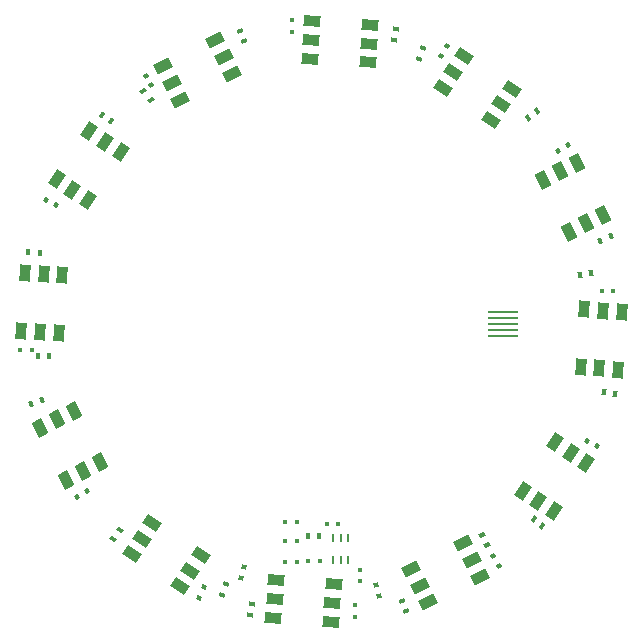
<source format=gtp>
G04 Layer_Color=8421504*
%FSTAX42Y42*%
%MOMM*%
G71*
G01*
G75*
%ADD62R,0.25X0.75*%
%ADD63R,0.41X0.36*%
%ADD64R,2.50X0.20*%
G04:AMPARAMS|DCode=65|XSize=0.36mm|YSize=0.51mm|CornerRadius=0mm|HoleSize=0mm|Usage=FLASHONLY|Rotation=290.000|XOffset=0mm|YOffset=0mm|HoleType=Round|Shape=Rectangle|*
%AMROTATEDRECTD65*
4,1,4,-0.30,0.08,0.18,0.25,0.30,-0.08,-0.18,-0.25,-0.30,0.08,0.0*
%
%ADD65ROTATEDRECTD65*%

G04:AMPARAMS|DCode=66|XSize=0.9mm|YSize=1.4mm|CornerRadius=0mm|HoleSize=0mm|Usage=FLASHONLY|Rotation=296.400|XOffset=0mm|YOffset=0mm|HoleType=Round|Shape=Rectangle|*
%AMROTATEDRECTD66*
4,1,4,-0.83,0.09,0.43,0.71,0.83,-0.09,-0.43,-0.71,-0.83,0.09,0.0*
%
%ADD66ROTATEDRECTD66*%

%ADD67R,0.36X0.51*%
%ADD68R,0.36X0.41*%
G04:AMPARAMS|DCode=69|XSize=0.36mm|YSize=0.41mm|CornerRadius=0mm|HoleSize=0mm|Usage=FLASHONLY|Rotation=255.000|XOffset=0mm|YOffset=0mm|HoleType=Round|Shape=Rectangle|*
%AMROTATEDRECTD69*
4,1,4,-0.15,0.23,0.24,0.12,0.15,-0.23,-0.24,-0.12,-0.15,0.23,0.0*
%
%ADD69ROTATEDRECTD69*%

G04:AMPARAMS|DCode=70|XSize=0.36mm|YSize=0.51mm|CornerRadius=0mm|HoleSize=0mm|Usage=FLASHONLY|Rotation=249.000|XOffset=0mm|YOffset=0mm|HoleType=Round|Shape=Rectangle|*
%AMROTATEDRECTD70*
4,1,4,-0.17,0.26,0.30,0.08,0.17,-0.26,-0.30,-0.08,-0.17,0.26,0.0*
%
%ADD70ROTATEDRECTD70*%

G04:AMPARAMS|DCode=71|XSize=0.36mm|YSize=0.51mm|CornerRadius=0mm|HoleSize=0mm|Usage=FLASHONLY|Rotation=260.000|XOffset=0mm|YOffset=0mm|HoleType=Round|Shape=Rectangle|*
%AMROTATEDRECTD71*
4,1,4,-0.22,0.22,0.28,0.13,0.22,-0.22,-0.28,-0.13,-0.22,0.22,0.0*
%
%ADD71ROTATEDRECTD71*%

G04:AMPARAMS|DCode=72|XSize=0.36mm|YSize=0.51mm|CornerRadius=0mm|HoleSize=0mm|Usage=FLASHONLY|Rotation=230.000|XOffset=0mm|YOffset=0mm|HoleType=Round|Shape=Rectangle|*
%AMROTATEDRECTD72*
4,1,4,-0.08,0.30,0.31,-0.03,0.08,-0.30,-0.31,0.03,-0.08,0.30,0.0*
%
%ADD72ROTATEDRECTD72*%

G04:AMPARAMS|DCode=73|XSize=0.36mm|YSize=0.51mm|CornerRadius=0mm|HoleSize=0mm|Usage=FLASHONLY|Rotation=200.000|XOffset=0mm|YOffset=0mm|HoleType=Round|Shape=Rectangle|*
%AMROTATEDRECTD73*
4,1,4,0.08,0.30,0.25,-0.18,-0.08,-0.30,-0.25,0.18,0.08,0.30,0.0*
%
%ADD73ROTATEDRECTD73*%

G04:AMPARAMS|DCode=74|XSize=0.36mm|YSize=0.51mm|CornerRadius=0mm|HoleSize=0mm|Usage=FLASHONLY|Rotation=175.000|XOffset=0mm|YOffset=0mm|HoleType=Round|Shape=Rectangle|*
%AMROTATEDRECTD74*
4,1,4,0.20,0.24,0.16,-0.27,-0.20,-0.24,-0.16,0.27,0.20,0.24,0.0*
%
%ADD74ROTATEDRECTD74*%

G04:AMPARAMS|DCode=75|XSize=0.36mm|YSize=0.51mm|CornerRadius=0mm|HoleSize=0mm|Usage=FLASHONLY|Rotation=130.000|XOffset=0mm|YOffset=0mm|HoleType=Round|Shape=Rectangle|*
%AMROTATEDRECTD75*
4,1,4,0.31,0.03,-0.08,-0.30,-0.31,-0.03,0.08,0.30,0.31,0.03,0.0*
%
%ADD75ROTATEDRECTD75*%

G04:AMPARAMS|DCode=76|XSize=0.36mm|YSize=0.51mm|CornerRadius=0mm|HoleSize=0mm|Usage=FLASHONLY|Rotation=70.000|XOffset=0mm|YOffset=0mm|HoleType=Round|Shape=Rectangle|*
%AMROTATEDRECTD76*
4,1,4,0.18,-0.25,-0.30,-0.08,-0.18,0.25,0.30,0.08,0.18,-0.25,0.0*
%
%ADD76ROTATEDRECTD76*%

G04:AMPARAMS|DCode=77|XSize=0.36mm|YSize=0.51mm|CornerRadius=0mm|HoleSize=0mm|Usage=FLASHONLY|Rotation=145.000|XOffset=0mm|YOffset=0mm|HoleType=Round|Shape=Rectangle|*
%AMROTATEDRECTD77*
4,1,4,0.29,0.11,0.00,-0.31,-0.29,-0.11,-0.00,0.31,0.29,0.11,0.0*
%
%ADD77ROTATEDRECTD77*%

G04:AMPARAMS|DCode=78|XSize=0.36mm|YSize=0.51mm|CornerRadius=0mm|HoleSize=0mm|Usage=FLASHONLY|Rotation=81.000|XOffset=0mm|YOffset=0mm|HoleType=Round|Shape=Rectangle|*
%AMROTATEDRECTD78*
4,1,4,0.22,-0.22,-0.28,-0.14,-0.22,0.22,0.28,0.14,0.22,-0.22,0.0*
%
%ADD78ROTATEDRECTD78*%

G04:AMPARAMS|DCode=79|XSize=0.36mm|YSize=0.51mm|CornerRadius=0mm|HoleSize=0mm|Usage=FLASHONLY|Rotation=40.000|XOffset=0mm|YOffset=0mm|HoleType=Round|Shape=Rectangle|*
%AMROTATEDRECTD79*
4,1,4,0.03,-0.31,-0.30,0.08,-0.03,0.31,0.30,-0.08,0.03,-0.31,0.0*
%
%ADD79ROTATEDRECTD79*%

G04:AMPARAMS|DCode=80|XSize=0.36mm|YSize=0.51mm|CornerRadius=0mm|HoleSize=0mm|Usage=FLASHONLY|Rotation=190.000|XOffset=0mm|YOffset=0mm|HoleType=Round|Shape=Rectangle|*
%AMROTATEDRECTD80*
4,1,4,0.13,0.28,0.22,-0.22,-0.13,-0.28,-0.22,0.22,0.13,0.28,0.0*
%
%ADD80ROTATEDRECTD80*%

G04:AMPARAMS|DCode=81|XSize=0.36mm|YSize=0.51mm|CornerRadius=0mm|HoleSize=0mm|Usage=FLASHONLY|Rotation=298.000|XOffset=0mm|YOffset=0mm|HoleType=Round|Shape=Rectangle|*
%AMROTATEDRECTD81*
4,1,4,-0.31,0.04,0.14,0.28,0.31,-0.04,-0.14,-0.28,-0.31,0.04,0.0*
%
%ADD81ROTATEDRECTD81*%

G04:AMPARAMS|DCode=82|XSize=0.36mm|YSize=0.51mm|CornerRadius=0mm|HoleSize=0mm|Usage=FLASHONLY|Rotation=21.000|XOffset=0mm|YOffset=0mm|HoleType=Round|Shape=Rectangle|*
%AMROTATEDRECTD82*
4,1,4,-0.08,-0.30,-0.26,0.17,0.08,0.30,0.26,-0.17,-0.08,-0.30,0.0*
%
%ADD82ROTATEDRECTD82*%

G04:AMPARAMS|DCode=83|XSize=0.36mm|YSize=0.51mm|CornerRadius=0mm|HoleSize=0mm|Usage=FLASHONLY|Rotation=350.000|XOffset=0mm|YOffset=0mm|HoleType=Round|Shape=Rectangle|*
%AMROTATEDRECTD83*
4,1,4,-0.22,-0.22,-0.13,0.28,0.22,0.22,0.13,-0.28,-0.22,-0.22,0.0*
%
%ADD83ROTATEDRECTD83*%

G04:AMPARAMS|DCode=84|XSize=0.36mm|YSize=0.51mm|CornerRadius=0mm|HoleSize=0mm|Usage=FLASHONLY|Rotation=320.000|XOffset=0mm|YOffset=0mm|HoleType=Round|Shape=Rectangle|*
%AMROTATEDRECTD84*
4,1,4,-0.30,-0.08,0.03,0.31,0.30,0.08,-0.03,-0.31,-0.30,-0.08,0.0*
%
%ADD84ROTATEDRECTD84*%

G04:AMPARAMS|DCode=85|XSize=0.36mm|YSize=0.41mm|CornerRadius=0mm|HoleSize=0mm|Usage=FLASHONLY|Rotation=105.000|XOffset=0mm|YOffset=0mm|HoleType=Round|Shape=Rectangle|*
%AMROTATEDRECTD85*
4,1,4,0.24,-0.12,-0.15,-0.23,-0.24,0.12,0.15,0.23,0.24,-0.12,0.0*
%
%ADD85ROTATEDRECTD85*%

G04:AMPARAMS|DCode=86|XSize=0.36mm|YSize=0.41mm|CornerRadius=0mm|HoleSize=0mm|Usage=FLASHONLY|Rotation=65.000|XOffset=0mm|YOffset=0mm|HoleType=Round|Shape=Rectangle|*
%AMROTATEDRECTD86*
4,1,4,0.11,-0.25,-0.26,-0.08,-0.11,0.25,0.26,0.08,0.11,-0.25,0.0*
%
%ADD86ROTATEDRECTD86*%

G04:AMPARAMS|DCode=87|XSize=0.36mm|YSize=0.41mm|CornerRadius=0mm|HoleSize=0mm|Usage=FLASHONLY|Rotation=30.000|XOffset=0mm|YOffset=0mm|HoleType=Round|Shape=Rectangle|*
%AMROTATEDRECTD87*
4,1,4,-0.05,-0.27,-0.26,0.09,0.05,0.27,0.26,-0.09,-0.05,-0.27,0.0*
%
%ADD87ROTATEDRECTD87*%

G04:AMPARAMS|DCode=88|XSize=0.36mm|YSize=0.41mm|CornerRadius=0mm|HoleSize=0mm|Usage=FLASHONLY|Rotation=330.000|XOffset=0mm|YOffset=0mm|HoleType=Round|Shape=Rectangle|*
%AMROTATEDRECTD88*
4,1,4,-0.26,-0.09,-0.05,0.27,0.26,0.09,0.05,-0.27,-0.26,-0.09,0.0*
%
%ADD88ROTATEDRECTD88*%

G04:AMPARAMS|DCode=89|XSize=0.36mm|YSize=0.41mm|CornerRadius=0mm|HoleSize=0mm|Usage=FLASHONLY|Rotation=300.000|XOffset=0mm|YOffset=0mm|HoleType=Round|Shape=Rectangle|*
%AMROTATEDRECTD89*
4,1,4,-0.27,0.05,0.09,0.26,0.27,-0.05,-0.09,-0.26,-0.27,0.05,0.0*
%
%ADD89ROTATEDRECTD89*%

G04:AMPARAMS|DCode=90|XSize=0.36mm|YSize=0.41mm|CornerRadius=0mm|HoleSize=0mm|Usage=FLASHONLY|Rotation=240.000|XOffset=0mm|YOffset=0mm|HoleType=Round|Shape=Rectangle|*
%AMROTATEDRECTD90*
4,1,4,-0.09,0.26,0.27,0.05,0.09,-0.26,-0.27,-0.05,-0.09,0.26,0.0*
%
%ADD90ROTATEDRECTD90*%

G04:AMPARAMS|DCode=91|XSize=0.9mm|YSize=1.4mm|CornerRadius=0mm|HoleSize=0mm|Usage=FLASHONLY|Rotation=266.000|XOffset=0mm|YOffset=0mm|HoleType=Round|Shape=Rectangle|*
%AMROTATEDRECTD91*
4,1,4,-0.67,0.50,0.73,0.40,0.67,-0.50,-0.73,-0.40,-0.67,0.50,0.0*
%
%ADD91ROTATEDRECTD91*%

G04:AMPARAMS|DCode=92|XSize=0.9mm|YSize=1.4mm|CornerRadius=0mm|HoleSize=0mm|Usage=FLASHONLY|Rotation=236.500|XOffset=0mm|YOffset=0mm|HoleType=Round|Shape=Rectangle|*
%AMROTATEDRECTD92*
4,1,4,-0.34,0.76,0.83,-0.01,0.34,-0.76,-0.83,0.01,-0.34,0.76,0.0*
%
%ADD92ROTATEDRECTD92*%

G04:AMPARAMS|DCode=93|XSize=0.9mm|YSize=1.4mm|CornerRadius=0mm|HoleSize=0mm|Usage=FLASHONLY|Rotation=207.000|XOffset=0mm|YOffset=0mm|HoleType=Round|Shape=Rectangle|*
%AMROTATEDRECTD93*
4,1,4,0.08,0.83,0.72,-0.42,-0.08,-0.83,-0.72,0.42,0.08,0.83,0.0*
%
%ADD93ROTATEDRECTD93*%

G04:AMPARAMS|DCode=94|XSize=0.9mm|YSize=1.4mm|CornerRadius=0mm|HoleSize=0mm|Usage=FLASHONLY|Rotation=176.400|XOffset=0mm|YOffset=0mm|HoleType=Round|Shape=Rectangle|*
%AMROTATEDRECTD94*
4,1,4,0.49,0.67,0.41,-0.73,-0.49,-0.67,-0.41,0.73,0.49,0.67,0.0*
%
%ADD94ROTATEDRECTD94*%

G04:AMPARAMS|DCode=95|XSize=0.9mm|YSize=1.4mm|CornerRadius=0mm|HoleSize=0mm|Usage=FLASHONLY|Rotation=146.000|XOffset=0mm|YOffset=0mm|HoleType=Round|Shape=Rectangle|*
%AMROTATEDRECTD95*
4,1,4,0.76,0.33,-0.02,-0.83,-0.76,-0.33,0.02,0.83,0.76,0.33,0.0*
%
%ADD95ROTATEDRECTD95*%

G04:AMPARAMS|DCode=96|XSize=0.9mm|YSize=1.4mm|CornerRadius=0mm|HoleSize=0mm|Usage=FLASHONLY|Rotation=26.400|XOffset=0mm|YOffset=0mm|HoleType=Round|Shape=Rectangle|*
%AMROTATEDRECTD96*
4,1,4,-0.09,-0.83,-0.71,0.43,0.09,0.83,0.71,-0.43,-0.09,-0.83,0.0*
%
%ADD96ROTATEDRECTD96*%

D62*
X02034Y016515D02*
D03*
X020405Y016515D02*
D03*
X02047D02*
D03*
X02047Y016705D02*
D03*
X020405D02*
D03*
X02034Y016705D02*
D03*
D63*
X020525Y016133D02*
D03*
Y016037D02*
D03*
X020568Y016336D02*
D03*
X020568Y016432D02*
D03*
X019995Y020989D02*
D03*
Y021086D02*
D03*
D64*
X021777Y018613D02*
D03*
Y018563D02*
D03*
Y018513D02*
D03*
Y018463D02*
D03*
Y018413D02*
D03*
D65*
X020926Y016173D02*
D03*
X020959Y016082D02*
D03*
X019585Y020909D02*
D03*
X019552Y020999D02*
D03*
D66*
X021443Y016663D02*
D03*
X021586Y016376D02*
D03*
X021514Y016519D02*
D03*
X021075Y016301D02*
D03*
X021147Y016158D02*
D03*
X021004Y016445D02*
D03*
X019047Y020413D02*
D03*
X018905Y020699D02*
D03*
X018976Y020556D02*
D03*
X019415Y020775D02*
D03*
X019343Y020918D02*
D03*
X019486Y020631D02*
D03*
D67*
X020224Y016718D02*
D03*
X020127D02*
D03*
X01794Y01824D02*
D03*
X017843Y01824D02*
D03*
D68*
X020033Y016674D02*
D03*
X019936D02*
D03*
X020034Y016503D02*
D03*
X019937D02*
D03*
X020383Y016824D02*
D03*
X020287D02*
D03*
X020133Y016505D02*
D03*
X020229D02*
D03*
X020035Y01684D02*
D03*
X019938D02*
D03*
X017791Y018298D02*
D03*
X017694D02*
D03*
X022617Y018795D02*
D03*
X022713D02*
D03*
D69*
X019563Y016361D02*
D03*
X019588Y016454D02*
D03*
D70*
X019435Y016313D02*
D03*
X0194Y016222D02*
D03*
D71*
X019654Y016148D02*
D03*
X019637Y016053D02*
D03*
D72*
X018539Y016769D02*
D03*
X018476Y016696D02*
D03*
D73*
X017878Y017869D02*
D03*
X017787Y017836D02*
D03*
D74*
X017858Y019116D02*
D03*
X017762Y019124D02*
D03*
D75*
X018797Y020413D02*
D03*
X018735Y020487D02*
D03*
D76*
X021069Y020761D02*
D03*
X021102Y020852D02*
D03*
D77*
X018462Y020232D02*
D03*
X018383Y020288D02*
D03*
D78*
X020859Y020921D02*
D03*
X020874Y021016D02*
D03*
D79*
X021995Y020257D02*
D03*
X022069Y020319D02*
D03*
D80*
X022525Y018946D02*
D03*
X02243Y018929D02*
D03*
D81*
X021601Y016731D02*
D03*
X021647Y016646D02*
D03*
D82*
X022601Y019222D02*
D03*
X022691Y019257D02*
D03*
D83*
X022632Y017936D02*
D03*
X022728Y017919D02*
D03*
D84*
X022041Y016864D02*
D03*
X022114Y016801D02*
D03*
D85*
X020702Y016305D02*
D03*
X020727Y016212D02*
D03*
D86*
X01925Y016286D02*
D03*
X01921Y016199D02*
D03*
D87*
X018259Y017099D02*
D03*
X018176Y017051D02*
D03*
X022243Y019978D02*
D03*
X022327Y020027D02*
D03*
D88*
X017997Y019521D02*
D03*
X017913Y019569D02*
D03*
X022491Y017527D02*
D03*
X022574Y017478D02*
D03*
D89*
X018804Y020536D02*
D03*
X018756Y020619D02*
D03*
X021693Y016549D02*
D03*
X021742Y016466D02*
D03*
D90*
X021256Y020786D02*
D03*
X021304Y020869D02*
D03*
D91*
X020347Y016313D02*
D03*
X020325Y015994D02*
D03*
X020336Y016153D02*
D03*
X019847Y016187D02*
D03*
X019836Y016028D02*
D03*
X019858Y016347D02*
D03*
X020145Y02076D02*
D03*
X020164Y02108D02*
D03*
X020155Y02092D02*
D03*
X020644Y02089D02*
D03*
X020654Y02105D02*
D03*
X020634Y020731D02*
D03*
D92*
X019221Y016561D02*
D03*
X019044Y016294D02*
D03*
X019132Y016428D02*
D03*
X018724Y016698D02*
D03*
X018635Y016565D02*
D03*
X018812Y016832D02*
D03*
X02127Y020513D02*
D03*
X021447Y02078D02*
D03*
X021358Y020647D02*
D03*
X021766Y020375D02*
D03*
X021855Y020509D02*
D03*
X021678Y020242D02*
D03*
D93*
X018368Y017343D02*
D03*
X018083Y017198D02*
D03*
X018225Y01727D02*
D03*
X018003Y017707D02*
D03*
X01786Y017634D02*
D03*
X018146Y01778D02*
D03*
D94*
X01802Y018437D02*
D03*
X0177Y018458D02*
D03*
X01786Y018448D02*
D03*
X017891Y018937D02*
D03*
X017731Y018947D02*
D03*
X01805Y018927D02*
D03*
X022468Y018638D02*
D03*
X022787Y018618D02*
D03*
X022628Y018628D02*
D03*
X022597Y018139D02*
D03*
X022757Y018129D02*
D03*
X022437Y018149D02*
D03*
D95*
X018268Y019562D02*
D03*
X018003Y019741D02*
D03*
X018135Y019652D02*
D03*
X01841Y020058D02*
D03*
X018277Y020148D02*
D03*
X018542Y019969D02*
D03*
X022218Y017513D02*
D03*
X022485Y017336D02*
D03*
X022352Y017424D02*
D03*
X02208Y017016D02*
D03*
X022214Y016928D02*
D03*
X021947Y017105D02*
D03*
D96*
X02212Y019736D02*
D03*
X022407Y019878D02*
D03*
X022263Y019807D02*
D03*
X022481Y019368D02*
D03*
X022624Y019439D02*
D03*
X022338Y019297D02*
D03*
M02*

</source>
